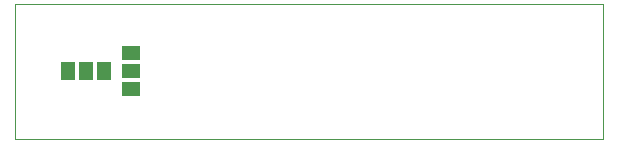
<source format=gbp>
G75*
%MOIN*%
%OFA0B0*%
%FSLAX25Y25*%
%IPPOS*%
%LPD*%
%AMOC8*
5,1,8,0,0,1.08239X$1,22.5*
%
%ADD10C,0.00000*%
%ADD11R,0.06300X0.04600*%
%ADD12R,0.04600X0.06300*%
D10*
X0042595Y0003750D02*
X0042595Y0048750D01*
X0238845Y0048750D01*
X0238845Y0003750D01*
X0042595Y0003750D01*
D11*
X0081345Y0020250D03*
X0081345Y0026250D03*
X0081345Y0032250D03*
D12*
X0072345Y0026250D03*
X0066345Y0026250D03*
X0060345Y0026250D03*
M02*

</source>
